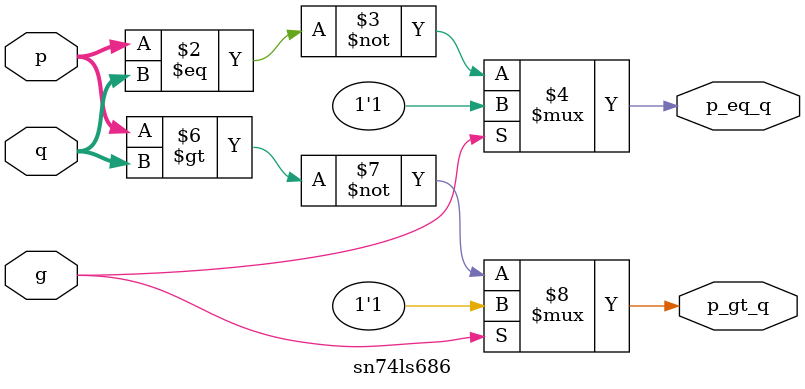
<source format=v>
module sn74ls686(g, p_eq_q, p_gt_q, p, q);
input [7:0] p, q;
input g;
output p_eq_q, p_gt_q;
parameter
	// TI TTL data book Vol 1, 1985
	tPLHE_min=0, tPLHE_typ=13, tPLHE_max=25, // worst case
	tPHLE_min=0, tPHLE_typ=21, tPHLE_max=30,
	tPLHG_min=0, tPLHG_typ=19, tPLHG_max=30, // worst case
	tPHLG_min=0, tPHLG_typ=19, tPHLG_max=30;

	assign #(tPLHE_min : tPLHE_typ : tPLH_max,
			 tPHLE_min : tPHLE_typ : tPHL_max)
		p_eq_q = g==1 ? 1'b1 : ~(p==q);

	assign #(tPLHG_min : tPLHG_typ : tPLHG_max,
			 tPHLG_min : tPHLG_typ : tPHLG_max)
		p_gt_q = g==1 ? 1'b1 : ~(p>q);

endmodule

</source>
